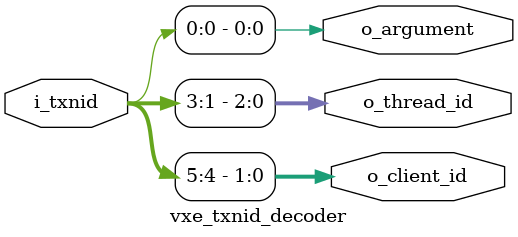
<source format=v>
/*
 * Copyright (c) 2020-2021 The VxEngine Project. All rights reserved.
 *
 * Redistribution and use in source and binary forms, with or without
 * modification, are permitted provided that the following conditions
 * are met:
 * 1. Redistributions of source code must retain the above copyright
 *    notice, this list of conditions and the following disclaimer.
 * 2. Redistributions in binary form must reproduce the above copyright
 *    notice, this list of conditions and the following disclaimer in the
 *    documentation and/or other materials provided with the distribution.
 *
 * THIS SOFTWARE IS PROVIDED BY THE AUTHOR AND CONTRIBUTORS ``AS IS'' AND
 * ANY EXPRESS OR IMPLIED WARRANTIES, INCLUDING, BUT NOT LIMITED TO, THE
 * IMPLIED WARRANTIES OF MERCHANTABILITY AND FITNESS FOR A PARTICULAR PURPOSE
 * ARE DISCLAIMED.  IN NO EVENT SHALL THE AUTHOR OR CONTRIBUTORS BE LIABLE
 * FOR ANY DIRECT, INDIRECT, INCIDENTAL, SPECIAL, EXEMPLARY, OR CONSEQUENTIAL
 * DAMAGES (INCLUDING, BUT NOT LIMITED TO, PROCUREMENT OF SUBSTITUTE GOODS
 * OR SERVICES; LOSS OF USE, DATA, OR PROFITS; OR BUSINESS INTERRUPTION)
 * HOWEVER CAUSED AND ON ANY THEORY OF LIABILITY, WHETHER IN CONTRACT, STRICT
 * LIABILITY, OR TORT (INCLUDING NEGLIGENCE OR OTHERWISE) ARISING IN ANY WAY
 * OUT OF THE USE OF THIS SOFTWARE, EVEN IF ADVISED OF THE POSSIBILITY OF
 * SUCH DAMAGE.
 */

/*
 * Transaction Id decoder
 */


/* Txn Id decoder */
module vxe_txnid_decoder
(
	i_txnid,
	o_client_id,
	o_thread_id,
	o_argument
);
input wire [5:0]	i_txnid;	/* Transaction Id */
output wire [1:0]	o_client_id;	/* Client Id (CU, VPU0, VPU1) */
output wire [2:0]	o_thread_id;	/* Thread Id for VPUs (0-7) */
output wire		o_argument;	/* Argument type (Rs/Rt) */


assign o_client_id = i_txnid[5:4];
assign o_thread_id = i_txnid[3:1];
assign o_argument = i_txnid[0];


endmodule /* vxe_txnid_decoder */

</source>
